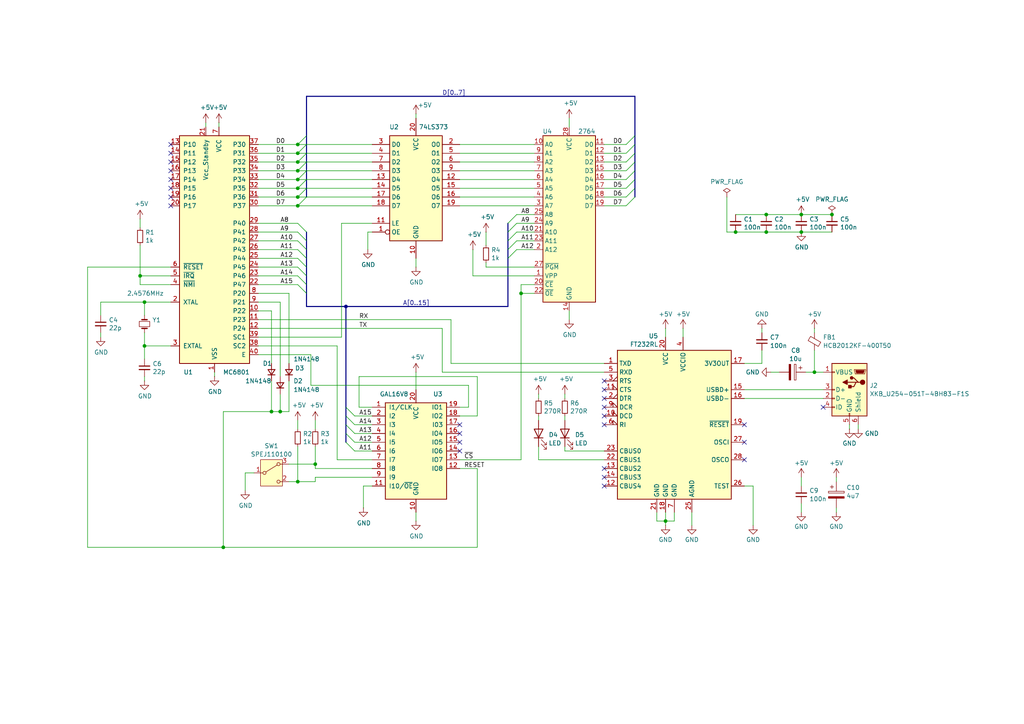
<source format=kicad_sch>
(kicad_sch (version 20250114) (generator "eeschema") (generator_version "9.0")
  (paper "A4")
  (lib_symbols
    (symbol "74xx:74LS373"
      (property "Reference" "U" (at -7.62 16.51 0))
      (property "Value" "74LS373" (at -7.62 -16.51 0))
      (symbol "74LS373_1_0"
        (pin input line (at -12.7 12.7 0) (length 5.08) (name "D0") (number "3"))
        (pin input line (at -12.7 10.16 0) (length 5.08) (name "D1") (number "4"))
        (pin input line (at -12.7 7.62 0) (length 5.08) (name "D2") (number "7"))
        (pin input line (at -12.7 5.08 0) (length 5.08) (name "D3") (number "8"))
        (pin input line (at -12.7 2.54 0) (length 5.08) (name "D4") (number "13"))
        (pin input line (at -12.7 0 0) (length 5.08) (name "D5") (number "14"))
        (pin input line (at -12.7 -2.54 0) (length 5.08) (name "D6") (number "17"))
        (pin input line (at -12.7 -5.08 0) (length 5.08) (name "D7") (number "18"))
        (pin input line (at -12.7 -10.16 0) (length 5.08) (name "LE") (number "11"))
        (pin input inverted (at -12.7 -12.7 0) (length 5.08) (name "OE") (number "1"))
        (pin power_in line (at 0 20.32 270) (length 5.08) (name "VCC") (number "20"))
        (pin power_in line (at 0 -20.32 90) (length 5.08) (name "GND") (number "10"))
        (pin tri_state line (at 12.7 12.7 180) (length 5.08) (name "O0") (number "2"))
        (pin tri_state line (at 12.7 10.16 180) (length 5.08) (name "O1") (number "5"))
        (pin tri_state line (at 12.7 7.62 180) (length 5.08) (name "O2") (number "6"))
        (pin tri_state line (at 12.7 5.08 180) (length 5.08) (name "O3") (number "9"))
        (pin tri_state line (at 12.7 2.54 180) (length 5.08) (name "O4") (number "12"))
        (pin tri_state line (at 12.7 0 180) (length 5.08) (name "O5") (number "15"))
        (pin tri_state line (at 12.7 -2.54 180) (length 5.08) (name "O6") (number "16"))
        (pin tri_state line (at 12.7 -5.08 180) (length 5.08) (name "O7") (number "19"))
      )
      (symbol "74LS373_1_1"
        (rectangle (start -7.62 15.24) (end 7.62 -15.24) (stroke (width 0.254)) (fill (type background)))
      )
    )
    (symbol "Connector:USB_OTG" (pin_names (offset 1.016))
      (property "Reference" "J" (at -5.08 11.43 0))
      (property "Value" "USB_OTG" (at -5.08 8.89 0))
      (symbol "USB_OTG_0_1"
        (rectangle (start -5.08 -7.62) (end 5.08 7.62) (stroke (width 0.254)) (fill (type background)))
        (polyline (pts (xy -4.699 5.842) (xy -4.699 5.588) (xy -4.445 4.826) (xy -4.445 4.572) (xy -1.651 4.572) (xy -1.651 4.826) (xy -1.397 5.588) (xy -1.397 5.842) (xy -4.699 5.842)))
        (polyline (pts (xy -4.318 5.588) (xy -1.778 5.588) (xy -2.032 4.826) (xy -4.064 4.826) (xy -4.318 5.588)) (fill (type outline)))
        (circle (center -3.81 2.159) (radius 0.635) (stroke (width 0.254)) (fill (type outline)))
        (polyline (pts (xy -3.175 2.159) (xy -2.54 2.159) (xy -1.27 3.429) (xy -0.635 3.429)) (stroke (width 0.254)))
        (polyline (pts (xy -2.54 2.159) (xy -1.905 2.159) (xy -1.27 0.889) (xy 0 0.889)) (stroke (width 0.254)))
        (polyline (pts (xy -1.905 2.159) (xy 0.635 2.159)) (stroke (width 0.254)))
        (circle (center -0.635 3.429) (radius 0.381) (stroke (width 0.254)) (fill (type outline)))
        (rectangle (start -0.127 -7.62) (end 0.127 -6.858))
        (rectangle (start 0.254 1.27) (end -0.508 0.508) (stroke (width 0.254)) (fill (type outline)))
        (polyline (pts (xy 0.635 2.794) (xy 0.635 1.524) (xy 1.905 2.159) (xy 0.635 2.794)) (stroke (width 0.254)) (fill (type outline)))
        (rectangle (start 5.08 4.953) (end 4.318 5.207))
        (rectangle (start 5.08 -0.127) (end 4.318 0.127))
        (rectangle (start 5.08 -2.667) (end 4.318 -2.413))
        (rectangle (start 5.08 -5.207) (end 4.318 -4.953))
      )
      (symbol "USB_OTG_1_1"
        (pin passive line (at -2.54 -10.16 90) (length 2.54) (name "Shield") (number "6"))
        (pin passive line (at 0 -10.16 90) (length 2.54) (name "GND") (number "5"))
        (pin passive line (at 7.62 5.08 180) (length 2.54) (name "VBUS") (number "1"))
        (pin bidirectional line (at 7.62 0 180) (length 2.54) (name "D+") (number "3"))
        (pin bidirectional line (at 7.62 -2.54 180) (length 2.54) (name "D-") (number "2"))
        (pin passive line (at 7.62 -5.08 180) (length 2.54) (name "ID") (number "4"))
      )
    )
    (symbol "Device:C_Polarized" (pin_numbers (hide yes)) (pin_names (offset 0.254))
      (property "Reference" "C" (at 0.635 2.54 0))
      (property "Value" "C_Polarized" (at 0.635 -2.54 0))
      (symbol "C_Polarized_0_1"
        (rectangle (start -2.286 0.508) (end 2.286 1.016))
        (polyline (pts (xy -1.778 2.286) (xy -0.762 2.286)))
        (polyline (pts (xy -1.27 2.794) (xy -1.27 1.778)))
        (rectangle (start 2.286 -0.508) (end -2.286 -1.016) (fill (type outline)))
      )
      (symbol "C_Polarized_1_1"
        (pin passive line (at 0 3.81 270) (length 2.794) (name "~") (number "1"))
        (pin passive line (at 0 -3.81 90) (length 2.794) (name "~") (number "2"))
      )
    )
    (symbol "Device:C_Small" (pin_numbers (hide yes)) (pin_names (offset 0.254) (hide yes))
      (property "Reference" "C" (at 0.254 1.778 0))
      (property "Value" "C_Small" (at 0.254 -2.032 0))
      (symbol "C_Small_0_1"
        (polyline (pts (xy -1.524 0.508) (xy 1.524 0.508)) (stroke (width 0.3048)))
        (polyline (pts (xy -1.524 -0.508) (xy 1.524 -0.508)) (stroke (width 0.3302)))
      )
      (symbol "C_Small_1_1"
        (pin passive line (at 0 2.54 270) (length 2.032) (name "~") (number "1"))
        (pin passive line (at 0 -2.54 90) (length 2.032) (name "~") (number "2"))
      )
    )
    (symbol "Device:Crystal_Small" (pin_numbers (hide yes)) (pin_names (offset 1.016) (hide yes))
      (property "Reference" "Y" (at 0 2.54 0))
      (property "Value" "Crystal_Small" (at 0 -2.54 0))
      (symbol "Crystal_Small_0_1"
        (polyline (pts (xy -1.27 -0.762) (xy -1.27 0.762)) (stroke (width 0.381)))
        (rectangle (start -0.762 -1.524) (end 0.762 1.524))
        (polyline (pts (xy 1.27 -0.762) (xy 1.27 0.762)) (stroke (width 0.381)))
      )
      (symbol "Crystal_Small_1_1"
        (pin passive line (at -2.54 0 0) (length 1.27) (name "1") (number "1"))
        (pin passive line (at 2.54 0 180) (length 1.27) (name "2") (number "2"))
      )
    )
    (symbol "Device:D_Small" (pin_numbers (hide yes)) (pin_names (offset 0.254) (hide yes))
      (property "Reference" "D" (at -1.27 2.032 0))
      (property "Value" "D_Small" (at -3.81 -2.032 0))
      (symbol "D_Small_0_1"
        (polyline (pts (xy -0.762 0) (xy 0.762 0)))
        (polyline (pts (xy -0.762 -1.016) (xy -0.762 1.016)) (stroke (width 0.254)))
        (polyline (pts (xy 0.762 -1.016) (xy -0.762 0) (xy 0.762 1.016) (xy 0.762 -1.016)) (stroke (width 0.254)))
      )
      (symbol "D_Small_1_1"
        (pin passive line (at -2.54 0 0) (length 1.778) (name "K") (number "1"))
        (pin passive line (at 2.54 0 180) (length 1.778) (name "A") (number "2"))
      )
    )
    (symbol "Device:FerriteBead_Small" (pin_numbers (hide yes)) (pin_names (offset 0))
      (property "Reference" "FB" (at 1.905 1.27 0))
      (property "Value" "FerriteBead_Small" (at 1.905 -1.27 0))
      (symbol "FerriteBead_Small_0_1"
        (polyline (pts (xy -1.8288 0.2794) (xy -1.1176 1.4986) (xy 1.8288 -0.2032) (xy 1.1176 -1.4224) (xy -1.8288 0.2794)))
        (polyline (pts (xy 0 0.889) (xy 0 1.2954)))
        (polyline (pts (xy 0 -1.27) (xy 0 -0.7874)))
      )
      (symbol "FerriteBead_Small_1_1"
        (pin passive line (at 0 2.54 270) (length 1.27) (name "~") (number "1"))
        (pin passive line (at 0 -2.54 90) (length 1.27) (name "~") (number "2"))
      )
    )
    (symbol "Device:LED" (pin_numbers (hide yes)) (pin_names (offset 1.016) (hide yes))
      (property "Reference" "D" (at 0 2.54 0))
      (property "Value" "LED" (at 0 -2.54 0))
      (symbol "LED_0_1"
        (polyline (pts (xy -3.048 -0.762) (xy -4.572 -2.286) (xy -3.81 -2.286) (xy -4.572 -2.286) (xy -4.572 -1.524)))
        (polyline (pts (xy -1.778 -0.762) (xy -3.302 -2.286) (xy -2.54 -2.286) (xy -3.302 -2.286) (xy -3.302 -1.524)))
        (polyline (pts (xy -1.27 0) (xy 1.27 0)))
        (polyline (pts (xy -1.27 -1.27) (xy -1.27 1.27)) (stroke (width 0.254)))
        (polyline (pts (xy 1.27 -1.27) (xy 1.27 1.27) (xy -1.27 0) (xy 1.27 -1.27)) (stroke (width 0.254)))
      )
      (symbol "LED_1_1"
        (pin passive line (at -3.81 0 0) (length 2.54) (name "K") (number "1"))
        (pin passive line (at 3.81 0 180) (length 2.54) (name "A") (number "2"))
      )
    )
    (symbol "Device:R_Small" (pin_numbers (hide yes)) (pin_names (offset 0.254) (hide yes))
      (property "Reference" "R" (at 0 0 90))
      (property "Value" "R_Small" (at 1.778 0 90))
      (symbol "R_Small_0_1"
        (rectangle (start -0.762 1.778) (end 0.762 -1.778) (stroke (width 0.2032)))
      )
      (symbol "R_Small_1_1"
        (pin passive line (at 0 2.54 270) (length 0.762) (name "~") (number "1"))
        (pin passive line (at 0 -2.54 90) (length 0.762) (name "~") (number "2"))
      )
    )
    (symbol "Interface_USB:FT232RL"
      (property "Reference" "U" (at -16.51 22.86 0))
      (property "Value" "FT232RL" (at 10.16 22.86 0))
      (symbol "FT232RL_0_1"
        (rectangle (start -16.51 21.59) (end 16.51 -21.59) (stroke (width 0.254)) (fill (type background)))
      )
      (symbol "FT232RL_1_1"
        (pin power_out line (at -20.32 17.78 0) (length 3.81) (name "3V3OUT") (number "17"))
        (pin bidirectional line (at -20.32 10.16 0) (length 3.81) (name "USBD+") (number "15"))
        (pin bidirectional line (at -20.32 7.62 0) (length 3.81) (name "USBD-") (number "16"))
        (pin input line (at -20.32 0 0) (length 3.81) (name "~{RESET}") (number "19"))
        (pin input line (at -20.32 -5.08 0) (length 3.81) (name "OSCI") (number "27"))
        (pin output line (at -20.32 -10.16 0) (length 3.81) (name "OSCO") (number "28"))
        (pin input line (at -20.32 -17.78 0) (length 3.81) (name "TEST") (number "26"))
        (pin power_in line (at -5.08 -25.4 90) (length 3.81) (name "AGND") (number "25"))
        (pin power_in line (at -2.54 25.4 270) (length 3.81) (name "VCCIO") (number "4"))
        (pin power_in line (at 0 -25.4 90) (length 3.81) (name "GND") (number "7"))
        (pin power_in line (at 2.54 25.4 270) (length 3.81) (name "VCC") (number "20"))
        (pin power_in line (at 2.54 -25.4 90) (length 3.81) (name "GND") (number "18"))
        (pin power_in line (at 5.08 -25.4 90) (length 3.81) (name "GND") (number "21"))
        (pin output line (at 20.32 17.78 180) (length 3.81) (name "TXD") (number "1"))
        (pin input line (at 20.32 15.24 180) (length 3.81) (name "RXD") (number "5"))
        (pin output output_low (at 20.32 12.7 180) (length 3.81) (name "RTS") (number "3"))
        (pin input input_low (at 20.32 10.16 180) (length 3.81) (name "CTS") (number "11"))
        (pin output output_low (at 20.32 7.62 180) (length 3.81) (name "DTR") (number "2"))
        (pin input input_low (at 20.32 5.08 180) (length 3.81) (name "DCR") (number "9"))
        (pin input input_low (at 20.32 2.54 180) (length 3.81) (name "DCD") (number "10"))
        (pin input input_low (at 20.32 0 180) (length 3.81) (name "RI") (number "6"))
        (pin bidirectional line (at 20.32 -7.62 180) (length 3.81) (name "CBUS0") (number "23"))
        (pin bidirectional line (at 20.32 -10.16 180) (length 3.81) (name "CBUS1") (number "22"))
        (pin bidirectional line (at 20.32 -12.7 180) (length 3.81) (name "CBUS2") (number "13"))
        (pin bidirectional line (at 20.32 -15.24 180) (length 3.81) (name "CBUS3") (number "14"))
        (pin bidirectional line (at 20.32 -17.78 180) (length 3.81) (name "CBUS4") (number "12"))
      )
    )
    (symbol "Logic_Programmable:GAL16V8" (pin_names (offset 1.016))
      (property "Reference" "U" (at -8.89 16.51 0))
      (property "Value" "GAL16V8" (at 1.27 16.51 0))
      (symbol "GAL16V8_0_0"
        (pin power_in line (at 0 17.78 270) (length 3.81) (name "VCC") (number "20"))
        (pin power_in line (at 0 -17.78 90) (length 3.81) (name "GND") (number "10"))
      )
      (symbol "GAL16V8_0_1"
        (rectangle (start -8.89 13.97) (end 8.89 -13.97) (stroke (width 0.254)) (fill (type background)))
      )
      (symbol "GAL16V8_1_1"
        (pin input line (at -12.7 12.7 0) (length 3.81) (name "I1/CLK") (number "1"))
        (pin input line (at -12.7 10.16 0) (length 3.81) (name "I2") (number "2"))
        (pin input line (at -12.7 7.62 0) (length 3.81) (name "I3") (number "3"))
        (pin input line (at -12.7 5.08 0) (length 3.81) (name "I4") (number "4"))
        (pin input line (at -12.7 2.54 0) (length 3.81) (name "I5") (number "5"))
        (pin input line (at -12.7 0 0) (length 3.81) (name "I6") (number "6"))
        (pin input line (at -12.7 -2.54 0) (length 3.81) (name "I7") (number "7"))
        (pin input line (at -12.7 -5.08 0) (length 3.81) (name "I8") (number "8"))
        (pin input line (at -12.7 -7.62 0) (length 3.81) (name "I9") (number "9"))
        (pin input line (at -12.7 -10.16 0) (length 3.81) (name "I10/~{OE}") (number "11"))
        (pin tri_state line (at 12.7 12.7 180) (length 3.81) (name "IO1") (number "19"))
        (pin tri_state line (at 12.7 10.16 180) (length 3.81) (name "IO2") (number "18"))
        (pin tri_state line (at 12.7 7.62 180) (length 3.81) (name "I03") (number "17"))
        (pin tri_state line (at 12.7 5.08 180) (length 3.81) (name "IO4") (number "16"))
        (pin tri_state line (at 12.7 2.54 180) (length 3.81) (name "IO5") (number "15"))
        (pin tri_state line (at 12.7 0 180) (length 3.81) (name "IO6") (number "14"))
        (pin tri_state line (at 12.7 -2.54 180) (length 3.81) (name "IO7") (number "13"))
        (pin tri_state line (at 12.7 -5.08 180) (length 3.81) (name "IO8") (number "12"))
      )
    )
    (symbol "Memory_EPROM:2764"
      (property "Reference" "U" (at -7.62 24.13 0))
      (property "Value" "2764" (at 2.54 -26.67 0))
      (symbol "2764_1_1"
        (rectangle (start -7.62 22.86) (end 7.62 -25.4) (stroke (width 0.254)) (fill (type background)))
        (pin input line (at -10.16 20.32 0) (length 2.54) (name "A0") (number "10"))
        (pin input line (at -10.16 17.78 0) (length 2.54) (name "A1") (number "9"))
        (pin input line (at -10.16 15.24 0) (length 2.54) (name "A2") (number "8"))
        (pin input line (at -10.16 12.7 0) (length 2.54) (name "A3") (number "7"))
        (pin input line (at -10.16 10.16 0) (length 2.54) (name "A4") (number "6"))
        (pin input line (at -10.16 7.62 0) (length 2.54) (name "A5") (number "5"))
        (pin input line (at -10.16 5.08 0) (length 2.54) (name "A6") (number "4"))
        (pin input line (at -10.16 2.54 0) (length 2.54) (name "A7") (number "3"))
        (pin input line (at -10.16 0 0) (length 2.54) (name "A8") (number "25"))
        (pin input line (at -10.16 -2.54 0) (length 2.54) (name "A9") (number "24"))
        (pin input line (at -10.16 -5.08 0) (length 2.54) (name "A10") (number "21"))
        (pin input line (at -10.16 -7.62 0) (length 2.54) (name "A11") (number "23"))
        (pin input line (at -10.16 -10.16 0) (length 2.54) (name "A12") (number "2"))
        (pin input line (at -10.16 -15.24 0) (length 2.54) (name "~{PGM}") (number "27"))
        (pin input line (at -10.16 -17.78 0) (length 2.54) (name "VPP") (number "1"))
        (pin input line (at -10.16 -20.32 0) (length 2.54) (name "~{CE}") (number "20"))
        (pin input line (at -10.16 -22.86 0) (length 2.54) (name "~{OE}") (number "22"))
        (pin power_in line (at 0 25.4 270) (length 2.54) (name "VCC") (number "28"))
        (pin power_in line (at 0 -27.94 90) (length 2.54) (name "GND") (number "14"))
        (pin no_connect line (at 7.62 0 180) (length 2.54) (hide yes) (name "NC") (number "26"))
        (pin tri_state line (at 10.16 20.32 180) (length 2.54) (name "D0") (number "11"))
        (pin tri_state line (at 10.16 17.78 180) (length 2.54) (name "D1") (number "12"))
        (pin tri_state line (at 10.16 15.24 180) (length 2.54) (name "D2") (number "13"))
        (pin tri_state line (at 10.16 12.7 180) (length 2.54) (name "D3") (number "15"))
        (pin tri_state line (at 10.16 10.16 180) (length 2.54) (name "D4") (number "16"))
        (pin tri_state line (at 10.16 7.62 180) (length 2.54) (name "D5") (number "17"))
        (pin tri_state line (at 10.16 5.08 180) (length 2.54) (name "D6") (number "18"))
        (pin tri_state line (at 10.16 2.54 180) (length 2.54) (name "D7") (number "19"))
      )
    )
    (symbol "Switch:SW_SPDT_312" (pin_names (offset 1) (hide yes))
      (property "Reference" "SW" (at 0 5.08 0))
      (property "Value" "SW_SPDT_312" (at 0 -5.08 0))
      (symbol "SW_SPDT_312_0_1"
        (circle (center -2.032 0) (radius 0.4572))
        (polyline (pts (xy -1.651 0.254) (xy 1.651 2.286)))
        (circle (center 2.032 2.54) (radius 0.4572))
        (circle (center 2.032 -2.54) (radius 0.4572))
      )
      (symbol "SW_SPDT_312_1_1"
        (rectangle (start -3.175 3.81) (end 3.175 -3.81) (fill (type background)))
        (pin passive line (at -5.08 0 0) (length 2.54) (name "B") (number "1"))
        (pin passive line (at 5.08 2.54 180) (length 2.54) (name "A") (number "3"))
        (pin passive line (at 5.08 -2.54 180) (length 2.54) (name "C") (number "2"))
      )
    )
    (symbol "mc6801:MC6801" (pin_names (offset 1.016))
      (property "Reference" "U" (at -7.62 34.29 0))
      (property "Value" "mc6801_MC6801" (at 10.16 34.29 0))
      (symbol "MC6801_0_1"
        (rectangle (start -10.16 -33.02) (end 10.16 33.02) (stroke (width 0.254)) (fill (type background)))
      )
      (symbol "MC6801_1_1"
        (pin bidirectional line (at -12.7 30.48 0) (length 2.54) (name "P10") (number "13"))
        (pin bidirectional line (at -12.7 27.94 0) (length 2.54) (name "P11") (number "14"))
        (pin bidirectional line (at -12.7 25.4 0) (length 2.54) (name "P12") (number "15"))
        (pin bidirectional line (at -12.7 22.86 0) (length 2.54) (name "P13") (number "16"))
        (pin bidirectional line (at -12.7 20.32 0) (length 2.54) (name "P14") (number "17"))
        (pin bidirectional line (at -12.7 17.78 0) (length 2.54) (name "P15") (number "18"))
        (pin bidirectional line (at -12.7 15.24 0) (length 2.54) (name "P16") (number "19"))
        (pin bidirectional line (at -12.7 12.7 0) (length 2.54) (name "P17") (number "20"))
        (pin input line (at -12.7 -5.08 0) (length 2.54) (name "~{RESET}") (number "6"))
        (pin input line (at -12.7 -7.62 0) (length 2.54) (name "~{IRQ}") (number "5"))
        (pin input line (at -12.7 -10.16 0) (length 2.54) (name "~{NMI}") (number "4"))
        (pin input line (at -12.7 -15.24 0) (length 2.54) (name "XTAL") (number "2"))
        (pin input line (at -12.7 -27.94 0) (length 2.54) (name "EXTAL") (number "3"))
        (pin power_in line (at -2.54 35.56 270) (length 2.54) (name "Vcc_Standby") (number "21"))
        (pin power_in line (at 0 -35.56 90) (length 2.54) (name "VSS") (number "1"))
        (pin power_in line (at 1.27 35.56 270) (length 2.54) (name "VCC") (number "7"))
        (pin bidirectional line (at 12.7 30.48 180) (length 2.54) (name "P30") (number "37"))
        (pin bidirectional line (at 12.7 27.94 180) (length 2.54) (name "P31") (number "36"))
        (pin bidirectional line (at 12.7 25.4 180) (length 2.54) (name "P32") (number "35"))
        (pin bidirectional line (at 12.7 22.86 180) (length 2.54) (name "P33") (number "34"))
        (pin bidirectional line (at 12.7 20.32 180) (length 2.54) (name "P34") (number "33"))
        (pin bidirectional line (at 12.7 17.78 180) (length 2.54) (name "P35") (number "32"))
        (pin bidirectional line (at 12.7 15.24 180) (length 2.54) (name "P36") (number "31"))
        (pin bidirectional line (at 12.7 12.7 180) (length 2.54) (name "P37") (number "30"))
        (pin output line (at 12.7 7.62 180) (length 2.54) (name "P40") (number "29"))
        (pin output line (at 12.7 5.08 180) (length 2.54) (name "P41") (number "28"))
        (pin output line (at 12.7 2.54 180) (length 2.54) (name "P42") (number "27"))
        (pin output line (at 12.7 0 180) (length 2.54) (name "P43") (number "26"))
        (pin output line (at 12.7 -2.54 180) (length 2.54) (name "P44") (number "25"))
        (pin output line (at 12.7 -5.08 180) (length 2.54) (name "P45") (number "24"))
        (pin output line (at 12.7 -7.62 180) (length 2.54) (name "P46") (number "23"))
        (pin output line (at 12.7 -10.16 180) (length 2.54) (name "P47") (number "22"))
        (pin bidirectional line (at 12.7 -12.7 180) (length 2.54) (name "P20") (number "8"))
        (pin bidirectional line (at 12.7 -15.24 180) (length 2.54) (name "P21") (number "9"))
        (pin bidirectional line (at 12.7 -17.78 180) (length 2.54) (name "P22") (number "10"))
        (pin bidirectional line (at 12.7 -20.32 180) (length 2.54) (name "P23") (number "11"))
        (pin bidirectional line (at 12.7 -22.86 180) (length 2.54) (name "P24") (number "12"))
        (pin output line (at 12.7 -25.4 180) (length 2.54) (name "SC1") (number "39"))
        (pin output line (at 12.7 -27.94 180) (length 2.54) (name "SC2") (number "38"))
        (pin output line (at 12.7 -30.48 180) (length 2.54) (name "E") (number "40"))
      )
    )
    (symbol "power:+5V" (power) (pin_numbers (hide yes)) (pin_names (offset 0) (hide yes))
      (property "Value" "+5V" (at 0 3.556 0))
      (symbol "+5V_0_1"
        (polyline (pts (xy -0.762 1.27) (xy 0 2.54)))
        (polyline (pts (xy 0 2.54) (xy 0.762 1.27)))
        (polyline (pts (xy 0 0) (xy 0 2.54)))
      )
      (symbol "+5V_1_1"
        (pin power_in line (at 0 0 90) (length 0) (name "~") (number "1"))
      )
    )
    (symbol "power:GND" (power) (pin_numbers (hide yes)) (pin_names (offset 0) (hide yes))
      (property "Value" "GND" (at 0 -3.81 0))
      (symbol "GND_0_1"
        (polyline (pts (xy 0 0) (xy 0 -1.27) (xy 1.27 -1.27) (xy 0 -2.54) (xy -1.27 -1.27) (xy 0 -1.27)))
      )
      (symbol "GND_1_1"
        (pin power_in line (at 0 0 270) (length 0) (name "~") (number "1"))
      )
    )
    (symbol "power:PWR_FLAG" (power) (pin_numbers (hide yes)) (pin_names (offset 0) (hide yes))
      (property "Value" "PWR_FLAG" (at 0 3.81 0))
      (symbol "PWR_FLAG_0_0"
        (pin power_out line (at 0 0 90) (length 0) (name "~") (number "1"))
      )
      (symbol "PWR_FLAG_0_1"
        (polyline (pts (xy 0 0) (xy 0 1.27) (xy -1.016 1.905) (xy 0 2.54) (xy 1.016 1.905) (xy 0 1.27)))
      )
    )
  )
  (junction (at 222.25 62.23))
  (junction (at 86.36 49.53))
  (junction (at 232.41 67.31))
  (junction (at 241.3 62.23))
  (junction (at 40.64 80.01))
  (junction (at 222.25 67.31))
  (junction (at 86.36 54.61))
  (junction (at 193.04 151.13))
  (junction (at 41.91 100.33))
  (junction (at 86.36 52.07))
  (junction (at 236.22 107.95))
  (junction (at 86.36 46.99))
  (junction (at 78.74 119.38))
  (junction (at 151.13 85.09))
  (junction (at 86.36 41.91))
  (junction (at 86.36 139.7))
  (junction (at 86.36 57.15))
  (junction (at 86.36 44.45))
  (junction (at 86.36 59.69))
  (junction (at 100.33 88.9))
  (junction (at 232.41 62.23))
  (junction (at 81.28 119.38))
  (junction (at 64.77 158.75))
  (junction (at 91.44 134.62))
  (junction (at 41.91 87.63))
  (junction (at 213.36 67.31))
  (no_connect (at 215.9 128.27))
  (no_connect (at 49.53 41.91))
  (no_connect (at 133.35 123.19))
  (no_connect (at 215.9 123.19))
  (no_connect (at 175.26 140.97))
  (no_connect (at 175.26 138.43))
  (no_connect (at 49.53 57.15))
  (no_connect (at 49.53 49.53))
  (no_connect (at 175.26 123.19))
  (no_connect (at 49.53 46.99))
  (no_connect (at 133.35 125.73))
  (no_connect (at 175.26 113.03))
  (no_connect (at 49.53 54.61))
  (no_connect (at 175.26 115.57))
  (no_connect (at 175.26 118.11))
  (no_connect (at 49.53 44.45))
  (no_connect (at 175.26 110.49))
  (no_connect (at 175.26 120.65))
  (no_connect (at 238.76 118.11))
  (no_connect (at 49.53 52.07))
  (no_connect (at 49.53 59.69))
  (no_connect (at 133.35 128.27))
  (no_connect (at 175.26 135.89))
  (no_connect (at 215.9 133.35))
  (no_connect (at 133.35 130.81))
  (bus_entry (at 181.61 41.91) (size 2.54 -2.54))
  (bus_entry (at 147.32 69.85) (size 2.54 -2.54))
  (bus_entry (at 181.61 52.07) (size 2.54 -2.54))
  (bus_entry (at 86.36 80.01) (size 2.54 2.54))
  (bus_entry (at 147.32 64.77) (size 2.54 -2.54))
  (bus_entry (at 181.61 46.99) (size 2.54 -2.54))
  (bus_entry (at 86.36 74.93) (size 2.54 2.54))
  (bus_entry (at 86.36 72.39) (size 2.54 2.54))
  (bus_entry (at 86.36 69.85) (size 2.54 2.54))
  (bus_entry (at 181.61 54.61) (size 2.54 -2.54))
  (bus_entry (at 100.33 125.73) (size 2.54 2.54))
  (bus_entry (at 86.36 54.61) (size 2.54 -2.54))
  (bus_entry (at 147.32 74.93) (size 2.54 -2.54))
  (bus_entry (at 147.32 67.31) (size 2.54 -2.54))
  (bus_entry (at 147.32 72.39) (size 2.54 -2.54))
  (bus_entry (at 181.61 44.45) (size 2.54 -2.54))
  (bus_entry (at 181.61 59.69) (size 2.54 -2.54))
  (bus_entry (at 86.36 77.47) (size 2.54 2.54))
  (bus_entry (at 86.36 82.55) (size 2.54 2.54))
  (bus_entry (at 86.36 52.07) (size 2.54 -2.54))
  (bus_entry (at 86.36 59.69) (size 2.54 -2.54))
  (bus_entry (at 100.33 128.27) (size 2.54 2.54))
  (bus_entry (at 86.36 41.91) (size 2.54 -2.54))
  (bus_entry (at 86.36 44.45) (size 2.54 -2.54))
  (bus_entry (at 181.61 57.15) (size 2.54 -2.54))
  (bus_entry (at 86.36 67.31) (size 2.54 2.54))
  (bus_entry (at 100.33 123.19) (size 2.54 2.54))
  (bus_entry (at 86.36 46.99) (size 2.54 -2.54))
  (bus_entry (at 100.33 118.11) (size 2.54 2.54))
  (bus_entry (at 181.61 49.53) (size 2.54 -2.54))
  (bus_entry (at 86.36 64.77) (size 2.54 2.54))
  (bus_entry (at 100.33 120.65) (size 2.54 2.54))
  (bus_entry (at 86.36 57.15) (size 2.54 -2.54))
  (bus_entry (at 86.36 49.53) (size 2.54 -2.54))
  (wire (pts (xy 86.36 49.53) (xy 88.9 49.53)))
  (wire (pts (xy 104.14 109.22) (xy 138.43 109.22)))
  (wire (pts (xy 86.36 64.77) (xy 74.93 64.77)))
  (wire (pts (xy 74.93 41.91) (xy 86.36 41.91)))
  (wire (pts (xy 88.9 57.15) (xy 107.95 57.15)))
  (wire (pts (xy 140.97 71.12) (xy 140.97 67.31)))
  (wire (pts (xy 64.77 158.75) (xy 64.77 119.38)))
  (wire (pts (xy 138.43 135.89) (xy 138.43 158.75)))
  (wire (pts (xy 78.74 110.49) (xy 78.74 119.38)))
  (wire (pts (xy 78.74 105.41) (xy 78.74 90.17)))
  (wire (pts (xy 220.98 95.25) (xy 220.98 96.52)))
  (wire (pts (xy 213.36 62.23) (xy 222.25 62.23)))
  (wire (pts (xy 193.04 95.25) (xy 193.04 97.79)))
  (wire (pts (xy 238.76 107.95) (xy 236.22 107.95)))
  (wire (pts (xy 156.21 120.65) (xy 156.21 121.92)))
  (wire (pts (xy 137.16 80.01) (xy 137.16 72.39)))
  (wire (pts (xy 175.26 107.95) (xy 128.27 107.95)))
  (wire (pts (xy 241.3 67.31) (xy 232.41 67.31)))
  (wire (pts (xy 232.41 67.31) (xy 222.25 67.31)))
  (bus (pts (xy 184.15 49.53) (xy 184.15 52.07)))
  (bus (pts (xy 100.33 118.11) (xy 100.33 120.65)))
  (wire (pts (xy 105.41 140.97) (xy 107.95 140.97)))
  (bus (pts (xy 184.15 41.91) (xy 184.15 44.45)))
  (wire (pts (xy 102.87 130.81) (xy 107.95 130.81)))
  (bus (pts (xy 100.33 120.65) (xy 100.33 123.19)))
  (wire (pts (xy 175.26 57.15) (xy 181.61 57.15)))
  (wire (pts (xy 102.87 120.65) (xy 107.95 120.65)))
  (wire (pts (xy 210.82 67.31) (xy 213.36 67.31)))
  (bus (pts (xy 184.15 54.61) (xy 184.15 57.15)))
  (wire (pts (xy 71.12 142.24) (xy 71.12 137.16)))
  (wire (pts (xy 242.57 138.43) (xy 242.57 139.7)))
  (wire (pts (xy 25.4 77.47) (xy 49.53 77.47)))
  (wire (pts (xy 246.38 123.19) (xy 246.38 124.46)))
  (wire (pts (xy 133.35 133.35) (xy 151.13 133.35)))
  (bus (pts (xy 88.9 44.45) (xy 88.9 46.99)))
  (wire (pts (xy 193.04 148.59) (xy 193.04 151.13)))
  (wire (pts (xy 163.83 130.81) (xy 163.83 129.54)))
  (bus (pts (xy 88.9 27.94) (xy 184.15 27.94)))
  (wire (pts (xy 149.86 64.77) (xy 154.94 64.77)))
  (wire (pts (xy 83.82 105.41) (xy 83.82 85.09)))
  (bus (pts (xy 88.9 85.09) (xy 88.9 88.9)))
  (wire (pts (xy 133.35 41.91) (xy 154.94 41.91)))
  (wire (pts (xy 140.97 77.47) (xy 140.97 76.2)))
  (wire (pts (xy 133.35 52.07) (xy 154.94 52.07)))
  (wire (pts (xy 156.21 114.3) (xy 156.21 115.57)))
  (wire (pts (xy 81.28 109.22) (xy 81.28 87.63)))
  (wire (pts (xy 233.68 107.95) (xy 236.22 107.95)))
  (wire (pts (xy 41.91 100.33) (xy 41.91 96.52)))
  (wire (pts (xy 86.36 124.46) (xy 86.36 121.92)))
  (wire (pts (xy 74.93 72.39) (xy 86.36 72.39)))
  (wire (pts (xy 175.26 41.91) (xy 181.61 41.91)))
  (wire (pts (xy 133.35 135.89) (xy 138.43 135.89)))
  (wire (pts (xy 215.9 105.41) (xy 220.98 105.41)))
  (wire (pts (xy 49.53 87.63) (xy 41.91 87.63)))
  (wire (pts (xy 41.91 110.49) (xy 41.91 109.22)))
  (wire (pts (xy 91.44 134.62) (xy 83.82 134.62)))
  (wire (pts (xy 106.68 72.39) (xy 106.68 67.31)))
  (wire (pts (xy 74.93 82.55) (xy 86.36 82.55)))
  (wire (pts (xy 106.68 67.31) (xy 107.95 67.31)))
  (wire (pts (xy 222.25 62.23) (xy 232.41 62.23)))
  (wire (pts (xy 74.93 59.69) (xy 86.36 59.69)))
  (wire (pts (xy 90.17 111.76) (xy 135.89 111.76)))
  (wire (pts (xy 198.12 95.25) (xy 198.12 97.79)))
  (bus (pts (xy 88.9 67.31) (xy 88.9 69.85)))
  (wire (pts (xy 74.93 54.61) (xy 86.36 54.61)))
  (wire (pts (xy 232.41 138.43) (xy 232.41 140.97)))
  (wire (pts (xy 86.36 54.61) (xy 88.9 54.61)))
  (wire (pts (xy 138.43 158.75) (xy 64.77 158.75)))
  (wire (pts (xy 74.93 102.87) (xy 90.17 102.87)))
  (wire (pts (xy 248.92 123.19) (xy 248.92 124.46)))
  (wire (pts (xy 25.4 158.75) (xy 25.4 77.47)))
  (wire (pts (xy 154.94 85.09) (xy 151.13 85.09)))
  (wire (pts (xy 74.93 87.63) (xy 81.28 87.63)))
  (wire (pts (xy 88.9 41.91) (xy 107.95 41.91)))
  (wire (pts (xy 88.9 54.61) (xy 107.95 54.61)))
  (wire (pts (xy 83.82 119.38) (xy 83.82 110.49)))
  (wire (pts (xy 49.53 82.55) (xy 40.64 82.55)))
  (wire (pts (xy 86.36 41.91) (xy 88.9 41.91)))
  (wire (pts (xy 215.9 115.57) (xy 238.76 115.57)))
  (bus (pts (xy 147.32 88.9) (xy 100.33 88.9)))
  (wire (pts (xy 74.93 67.31) (xy 86.36 67.31)))
  (bus (pts (xy 100.33 123.19) (xy 100.33 125.73)))
  (wire (pts (xy 232.41 62.23) (xy 241.3 62.23)))
  (wire (pts (xy 91.44 138.43) (xy 107.95 138.43)))
  (wire (pts (xy 163.83 114.3) (xy 163.83 115.57)))
  (bus (pts (xy 147.32 69.85) (xy 147.32 72.39)))
  (wire (pts (xy 74.93 57.15) (xy 86.36 57.15)))
  (wire (pts (xy 74.93 100.33) (xy 97.79 100.33)))
  (wire (pts (xy 133.35 46.99) (xy 154.94 46.99)))
  (wire (pts (xy 86.36 74.93) (xy 74.93 74.93)))
  (bus (pts (xy 88.9 39.37) (xy 88.9 41.91)))
  (wire (pts (xy 133.35 57.15) (xy 154.94 57.15)))
  (bus (pts (xy 88.9 80.01) (xy 88.9 82.55)))
  (bus (pts (xy 88.9 69.85) (xy 88.9 72.39)))
  (wire (pts (xy 91.44 124.46) (xy 91.44 121.92)))
  (wire (pts (xy 222.25 67.31) (xy 213.36 67.31)))
  (bus (pts (xy 184.15 46.99) (xy 184.15 49.53)))
  (wire (pts (xy 193.04 151.13) (xy 193.04 152.4)))
  (wire (pts (xy 99.06 97.79) (xy 99.06 64.77)))
  (wire (pts (xy 175.26 133.35) (xy 156.21 133.35)))
  (wire (pts (xy 128.27 107.95) (xy 128.27 95.25)))
  (wire (pts (xy 59.69 36.83) (xy 59.69 35.56)))
  (bus (pts (xy 88.9 46.99) (xy 88.9 49.53)))
  (wire (pts (xy 138.43 120.65) (xy 133.35 120.65)))
  (bus (pts (xy 88.9 72.39) (xy 88.9 74.93)))
  (wire (pts (xy 81.28 119.38) (xy 81.28 114.3)))
  (wire (pts (xy 86.36 80.01) (xy 74.93 80.01)))
  (wire (pts (xy 181.61 59.69) (xy 175.26 59.69)))
  (bus (pts (xy 100.33 88.9) (xy 100.33 118.11)))
  (wire (pts (xy 49.53 100.33) (xy 41.91 100.33)))
  (wire (pts (xy 86.36 139.7) (xy 86.36 129.54)))
  (wire (pts (xy 105.41 147.32) (xy 105.41 140.97)))
  (wire (pts (xy 74.93 95.25) (xy 128.27 95.25)))
  (bus (pts (xy 88.9 27.94) (xy 88.9 39.37)))
  (wire (pts (xy 86.36 57.15) (xy 88.9 57.15)))
  (wire (pts (xy 86.36 44.45) (xy 88.9 44.45)))
  (wire (pts (xy 236.22 107.95) (xy 236.22 101.6)))
  (bus (pts (xy 88.9 41.91) (xy 88.9 44.45)))
  (wire (pts (xy 120.65 151.13) (xy 120.65 148.59)))
  (wire (pts (xy 62.23 109.22) (xy 62.23 107.95)))
  (wire (pts (xy 88.9 44.45) (xy 107.95 44.45)))
  (wire (pts (xy 163.83 120.65) (xy 163.83 121.92)))
  (bus (pts (xy 88.9 74.93) (xy 88.9 77.47)))
  (bus (pts (xy 184.15 44.45) (xy 184.15 46.99)))
  (wire (pts (xy 223.52 107.95) (xy 226.06 107.95)))
  (wire (pts (xy 149.86 72.39) (xy 154.94 72.39)))
  (wire (pts (xy 175.26 52.07) (xy 181.61 52.07)))
  (wire (pts (xy 156.21 133.35) (xy 156.21 129.54)))
  (wire (pts (xy 154.94 80.01) (xy 137.16 80.01)))
  (wire (pts (xy 86.36 46.99) (xy 88.9 46.99)))
  (wire (pts (xy 215.9 140.97) (xy 218.44 140.97)))
  (bus (pts (xy 147.32 74.93) (xy 147.32 88.9)))
  (bus (pts (xy 184.15 27.94) (xy 184.15 39.37)))
  (wire (pts (xy 154.94 54.61) (xy 133.35 54.61)))
  (wire (pts (xy 88.9 49.53) (xy 107.95 49.53)))
  (wire (pts (xy 165.1 36.83) (xy 165.1 34.29)))
  (bus (pts (xy 147.32 64.77) (xy 147.32 67.31)))
  (wire (pts (xy 86.36 59.69) (xy 107.95 59.69)))
  (wire (pts (xy 120.65 34.29) (xy 120.65 33.02)))
  (wire (pts (xy 232.41 146.05) (xy 232.41 148.59)))
  (wire (pts (xy 120.65 77.47) (xy 120.65 74.93)))
  (wire (pts (xy 91.44 139.7) (xy 91.44 138.43)))
  (wire (pts (xy 86.36 52.07) (xy 88.9 52.07)))
  (wire (pts (xy 74.93 97.79) (xy 99.06 97.79)))
  (bus (pts (xy 88.9 49.53) (xy 88.9 52.07)))
  (wire (pts (xy 102.87 128.27) (xy 107.95 128.27)))
  (wire (pts (xy 138.43 109.22) (xy 138.43 120.65)))
  (wire (pts (xy 74.93 52.07) (xy 86.36 52.07)))
  (wire (pts (xy 74.93 44.45) (xy 86.36 44.45)))
  (bus (pts (xy 147.32 67.31) (xy 147.32 69.85)))
  (bus (pts (xy 88.9 77.47) (xy 88.9 80.01)))
  (wire (pts (xy 91.44 129.54) (xy 91.44 134.62)))
  (wire (pts (xy 151.13 133.35) (xy 151.13 85.09)))
  (wire (pts (xy 175.26 54.61) (xy 181.61 54.61)))
  (wire (pts (xy 40.64 80.01) (xy 40.64 71.12)))
  (bus (pts (xy 147.32 72.39) (xy 147.32 74.93)))
  (wire (pts (xy 29.21 97.79) (xy 29.21 96.52)))
  (wire (pts (xy 40.64 82.55) (xy 40.64 80.01)))
  (wire (pts (xy 90.17 102.87) (xy 90.17 111.76)))
  (wire (pts (xy 88.9 52.07) (xy 107.95 52.07)))
  (wire (pts (xy 175.26 49.53) (xy 181.61 49.53)))
  (wire (pts (xy 193.04 151.13) (xy 195.58 151.13)))
  (bus (pts (xy 184.15 39.37) (xy 184.15 41.91)))
  (wire (pts (xy 29.21 91.44) (xy 29.21 87.63)))
  (bus (pts (xy 184.15 52.07) (xy 184.15 54.61)))
  (wire (pts (xy 102.87 123.19) (xy 107.95 123.19)))
  (wire (pts (xy 149.86 69.85) (xy 154.94 69.85)))
  (wire (pts (xy 40.64 66.04) (xy 40.64 63.5)))
  (wire (pts (xy 49.53 80.01) (xy 40.64 80.01)))
  (wire (pts (xy 74.93 46.99) (xy 86.36 46.99)))
  (bus (pts (xy 100.33 125.73) (xy 100.33 128.27)))
  (wire (pts (xy 64.77 119.38) (xy 78.74 119.38)))
  (wire (pts (xy 78.74 119.38) (xy 81.28 119.38)))
  (wire (pts (xy 97.79 133.35) (xy 107.95 133.35)))
  (wire (pts (xy 195.58 148.59) (xy 195.58 151.13)))
  (wire (pts (xy 83.82 139.7) (xy 86.36 139.7)))
  (wire (pts (xy 29.21 87.63) (xy 41.91 87.63)))
  (wire (pts (xy 71.12 137.16) (xy 73.66 137.16)))
  (wire (pts (xy 74.93 85.09) (xy 83.82 85.09)))
  (wire (pts (xy 86.36 69.85) (xy 74.93 69.85)))
  (wire (pts (xy 91.44 134.62) (xy 91.44 135.89)))
  (wire (pts (xy 97.79 100.33) (xy 97.79 133.35)))
  (wire (pts (xy 107.95 135.89) (xy 91.44 135.89)))
  (wire (pts (xy 63.5 36.83) (xy 63.5 35.56)))
  (wire (pts (xy 175.26 44.45) (xy 181.61 44.45)))
  (wire (pts (xy 151.13 82.55) (xy 154.94 82.55)))
  (wire (pts (xy 104.14 118.11) (xy 104.14 109.22)))
  (wire (pts (xy 74.93 77.47) (xy 86.36 77.47)))
  (wire (pts (xy 81.28 119.38) (xy 83.82 119.38)))
  (bus (pts (xy 100.33 88.9) (xy 88.9 88.9)))
  (wire (pts (xy 120.65 113.03) (xy 120.65 107.95)))
  (wire (pts (xy 151.13 85.09) (xy 151.13 82.55)))
  (wire (pts (xy 99.06 64.77) (xy 107.95 64.77)))
  (bus (pts (xy 88.9 52.07) (xy 88.9 54.61)))
  (wire (pts (xy 190.5 148.59) (xy 190.5 151.13)))
  (wire (pts (xy 154.94 44.45) (xy 133.35 44.45)))
  (wire (pts (xy 154.94 49.53) (xy 133.35 49.53)))
  (wire (pts (xy 107.95 118.11) (xy 104.14 118.11)))
  (wire (pts (xy 130.81 105.41) (xy 130.81 92.71)))
  (wire (pts (xy 220.98 101.6) (xy 220.98 105.41)))
  (wire (pts (xy 242.57 147.32) (xy 242.57 148.59)))
  (wire (pts (xy 74.93 49.53) (xy 86.36 49.53)))
  (wire (pts (xy 175.26 46.99) (xy 181.61 46.99)))
  (bus (pts (xy 88.9 54.61) (xy 88.9 57.15)))
  (wire (pts (xy 41.91 87.63) (xy 41.91 91.44)))
  (wire (pts (xy 149.86 62.23) (xy 154.94 62.23)))
  (wire (pts (xy 88.9 46.99) (xy 107.95 46.99)))
  (wire (pts (xy 102.87 125.73) (xy 107.95 125.73)))
  (wire (pts (xy 149.86 67.31) (xy 154.94 67.31)))
  (wire (pts (xy 236.22 95.25) (xy 236.22 96.52)))
  (wire (pts (xy 175.26 130.81) (xy 163.83 130.81)))
  (bus (pts (xy 88.9 82.55) (xy 88.9 85.09)))
  (wire (pts (xy 154.94 77.47) (xy 140.97 77.47)))
  (wire (pts (xy 165.1 90.17) (xy 165.1 92.71)))
  (wire (pts (xy 215.9 113.03) (xy 238.76 113.03)))
  (wire (pts (xy 175.26 105.41) (xy 130.81 105.41)))
  (wire (pts (xy 64.77 158.75) (xy 25.4 158.75)))
  (wire (pts (xy 154.94 59.69) (xy 133.35 59.69)))
  (wire (pts (xy 74.93 90.17) (xy 78.74 90.17)))
  (wire (pts (xy 218.44 140.97) (xy 218.44 152.4)))
  (wire (pts (xy 200.66 148.59) (xy 200.66 152.4)))
  (wire (pts (xy 135.89 118.11) (xy 133.35 118.11)))
  (wire (pts (xy 86.36 139.7) (xy 91.44 139.7)))
  (wire (pts (xy 74.93 92.71) (xy 130.81 92.71)))
  (wire (pts (xy 190.5 151.13) (xy 193.04 151.13)))
  (wire (pts (xy 210.82 57.15) (xy 210.82 67.31)))
  (wire (pts (xy 41.91 104.14) (xy 41.91 100.33)))
  (wire (pts (xy 135.89 111.76) (xy 135.89 118.11)))
  (label "D7" (at 177.8 59.69 0))
  (label "TX" (at 104.14 95.25 0))
  (label "A12" (at 104.14 128.27 0))
  (label "A11" (at 81.28 72.39 0))
  (label "A13" (at 104.14 125.73 0))
  (label "D5" (at 177.8 54.61 0))
  (label "D3" (at 80.01 49.53 0))
  (label "D0" (at 177.8 41.91 0))
  (label "A9" (at 151.13 64.77 0))
  (label "D4" (at 80.01 52.07 0))
  (label "D3" (at 177.8 49.53 0))
  (label "A12" (at 151.13 72.39 0))
  (label "D[0..7]" (at 128.27 27.94 0))
  (label "D2" (at 80.01 46.99 0))
  (label "A13" (at 81.28 77.47 0))
  (label "~{CS}" (at 134.62 133.35 0))
  (label "D0" (at 80.01 41.91 0))
  (label "D5" (at 80.01 54.61 0))
  (label "A12" (at 81.28 74.93 0))
  (label "D6" (at 80.01 57.15 0))
  (label "D6" (at 177.8 57.15 0))
  (label "D1" (at 177.8 44.45 0))
  (label "A11" (at 104.14 130.81 0))
  (label "A14" (at 104.14 123.19 0))
  (label "D2" (at 177.8 46.99 0))
  (label "A9" (at 81.28 67.31 0))
  (label "A14" (at 81.28 80.01 0))
  (label "RESET" (at 134.62 135.89 0))
  (label "D1" (at 80.01 44.45 0))
  (label "A10" (at 81.28 69.85 0))
  (label "A8" (at 81.28 64.77 0))
  (label "RX" (at 104.14 92.71 0))
  (label "A15" (at 81.28 82.55 0))
  (label "A15" (at 104.14 120.65 0))
  (label "A[0..15]" (at 116.84 88.9 0))
  (label "D7" (at 80.01 59.69 0))
  (label "D4" (at 177.8 52.07 0))
  (label "A8" (at 151.13 62.23 0))
  (label "A11" (at 151.13 69.85 0))
  (label "A10" (at 151.13 67.31 0))
  (symbol (lib_id "mc6801:MC6801") (at 62.23 72.39 0) (unit 1)
    (property "Reference" "U1" (at 54.61 107.95 0))
    (property "Value" "MC6801" (at 68.58 107.95 0))
    (property "Footprint" "Package_DIP:DIP-40_W15.24mm" (effects (hide yes)))
    (property "Datasheet" "http://pdf.datasheetcatalog.com/datasheet/motorola/MC68B09S.pdf" (effects (hide yes)))
  )
  (symbol (lib_id "74xx:74LS373") (at 120.65 54.61 0) (unit 1)
    (property "Reference" "U2" (at 114.3 36.83 0))
    (property "Value" "74LS373" (at 125.73 36.83 0))
    (property "Footprint" "Package_SO:SOIC-20W_7.5x12.8mm_P1.27mm" (effects (hide yes)))
    (property "Datasheet" "http://www.ti.com/lit/gpn/sn74LS373" (effects (hide yes)))
  )
  (symbol (lib_id "Logic_Programmable:GAL16V8") (at 120.65 130.81 0) (unit 1)
    (property "Reference" "U3" (at 127 114.3 0))
    (property "Value" "GAL16V8" (at 114.3 114.3 0))
    (property "Footprint" "Package_DIP:DIP-20_W7.62mm_Socket" (effects (hide yes)))
  )
  (symbol (lib_id "Memory_EPROM:2764") (at 165.1 62.23 0) (unit 1)
    (property "Reference" "U4" (at 158.75 38.1 0))
    (property "Value" "2764" (at 170.18 38.1 0))
    (property "Footprint" "Package_DIP:DIP-28_W15.24mm" (effects (hide yes)))
    (property "Datasheet" "https://downloads.reactivemicro.com/Electronics/ROM/2764%20EPROM.pdf" (effects (hide yes)))
  )
  (symbol (lib_id "power:GND") (at 106.68 72.39 0) (unit 1)
    (property "Reference" "#PWR014" (effects (hide yes)))
    (property "Value" "GND" (at 106.807 76.7842 0))
  )
  (symbol (lib_id "Device:R_Small") (at 40.64 68.58 0) (unit 1)
    (property "Reference" "R1" (at 42.1386 67.4116 0) (effects (justify left)))
    (property "Value" "1k" (at 42.1386 69.723 0) (effects (justify left)))
    (property "Footprint" "Resistor_SMD:R_0805_2012Metric" (effects (hide yes)))
  )
  (symbol (lib_id "power:+5V") (at 232.41 62.23 0) (unit 1)
    (property "Reference" "#PWR01" (effects (hide yes)))
    (property "Value" "+5V" (at 232.791 57.8358 0))
  )
  (symbol (lib_id "Device:Crystal_Small") (at 41.91 93.98 270) (unit 1)
    (property "Reference" "Y1" (at 44.1452 92.8116 90) (effects (justify left)))
    (property "Value" "2.4576MHz" (at 36.83 85.09 90) (effects (justify left)))
    (property "Footprint" "Crystal:Crystal_HC49-U_Vertical" (effects (hide yes)))
  )
  (symbol (lib_id "Device:C_Small") (at 29.21 93.98 0) (unit 1)
    (property "Reference" "C4" (at 31.5468 92.8116 0) (effects (justify left)))
    (property "Value" "22p" (at 31.5468 95.123 0) (effects (justify left)))
    (property "Footprint" "Capacitor_SMD:C_0805_2012Metric" (effects (hide yes)))
  )
  (symbol (lib_id "Device:C_Small") (at 41.91 106.68 0) (unit 1)
    (property "Reference" "C6" (at 44.2468 105.5116 0) (effects (justify left)))
    (property "Value" "22p" (at 44.2468 107.823 0) (effects (justify left)))
    (property "Footprint" "Capacitor_SMD:C_0805_2012Metric" (effects (hide yes)))
  )
  (symbol (lib_id "power:GND") (at 62.23 109.22 0) (unit 1)
    (property "Reference" "#PWR07" (effects (hide yes)))
    (property "Value" "GND" (at 62.357 113.6142 0))
  )
  (symbol (lib_id "power:GND") (at 41.91 110.49 0) (unit 1)
    (property "Reference" "#PWR05" (effects (hide yes)))
    (property "Value" "GND" (at 42.037 114.8842 0))
  )
  (symbol (lib_id "power:GND") (at 29.21 97.79 0) (unit 1)
    (property "Reference" "#PWR03" (effects (hide yes)))
    (property "Value" "GND" (at 29.337 102.1842 0))
  )
  (symbol (lib_id "power:GND") (at 71.12 142.24 0) (unit 1)
    (property "Reference" "#PWR09" (effects (hide yes)))
    (property "Value" "GND" (at 71.247 146.6342 0))
  )
  (symbol (lib_id "Device:R_Small") (at 91.44 127 0) (unit 1)
    (property "Reference" "R3" (at 92.9386 125.8316 0) (effects (justify left)))
    (property "Value" "1k" (at 92.9386 128.143 0) (effects (justify left)))
    (property "Footprint" "Resistor_SMD:R_0805_2012Metric" (effects (hide yes)))
  )
  (symbol (lib_id "Device:R_Small") (at 86.36 127 0) (unit 1)
    (property "Reference" "R2" (at 87.8586 125.8316 0) (effects (justify left)))
    (property "Value" "1k" (at 87.8586 128.143 0) (effects (justify left)))
    (property "Footprint" "Resistor_SMD:R_0805_2012Metric" (effects (hide yes)))
  )
  (symbol (lib_id "power:+5V") (at 86.36 121.92 0) (unit 1)
    (property "Reference" "#PWR011" (effects (hide yes)))
    (property "Value" "+5V" (at 86.741 117.5258 0))
  )
  (symbol (lib_id "power:+5V") (at 91.44 121.92 0) (unit 1)
    (property "Reference" "#PWR012" (effects (hide yes)))
    (property "Value" "+5V" (at 91.821 117.5258 0))
  )
  (symbol (lib_id "power:+5V") (at 59.69 35.56 0) (unit 1)
    (property "Reference" "#PWR06" (effects (hide yes)))
    (property "Value" "+5V" (at 60.071 31.1658 0))
  )
  (symbol (lib_id "power:+5V") (at 63.5 35.56 0) (unit 1)
    (property "Reference" "#PWR08" (effects (hide yes)))
    (property "Value" "+5V" (at 63.881 31.1658 0))
  )
  (symbol (lib_id "power:+5V") (at 120.65 33.02 0) (unit 1)
    (property "Reference" "#PWR015" (effects (hide yes)))
    (property "Value" "+5V" (at 123.19 30.48 0))
  )
  (symbol (lib_id "power:GND") (at 120.65 77.47 0) (unit 1)
    (property "Reference" "#PWR016" (effects (hide yes)))
    (property "Value" "GND" (at 120.777 81.8642 0))
  )
  (symbol (lib_id "power:GND") (at 165.1 92.71 0) (unit 1)
    (property "Reference" "#PWR022" (effects (hide yes)))
    (property "Value" "GND" (at 165.227 97.1042 0))
  )
  (symbol (lib_id "power:GND") (at 120.65 151.13 0) (unit 1)
    (property "Reference" "#PWR018" (effects (hide yes)))
    (property "Value" "GND" (at 120.777 155.5242 0))
  )
  (symbol (lib_id "power:+5V") (at 165.1 34.29 0) (unit 1)
    (property "Reference" "#PWR021" (effects (hide yes)))
    (property "Value" "+5V" (at 165.481 29.8958 0))
  )
  (symbol (lib_id "power:+5V") (at 120.65 107.95 0) (unit 1)
    (property "Reference" "#PWR017" (effects (hide yes)))
    (property "Value" "+5V" (at 121.031 103.5558 0))
  )
  (symbol (lib_id "power:+5V") (at 137.16 72.39 0) (unit 1)
    (property "Reference" "#PWR019" (effects (hide yes)))
    (property "Value" "+5V" (at 137.541 67.9958 0))
  )
  (symbol (lib_id "Device:R_Small") (at 140.97 73.66 0) (unit 1)
    (property "Reference" "R4" (at 142.4686 72.4916 0) (effects (justify left)))
    (property "Value" "1k" (at 142.4686 74.803 0) (effects (justify left)))
    (property "Footprint" "Resistor_SMD:R_0805_2012Metric" (effects (hide yes)))
  )
  (symbol (lib_id "power:+5V") (at 140.97 67.31 0) (unit 1)
    (property "Reference" "#PWR020" (effects (hide yes)))
    (property "Value" "+5V" (at 141.351 62.9158 0))
  )
  (symbol (lib_id "Device:C_Small") (at 213.36 64.77 0) (unit 1)
    (property "Reference" "C1" (at 215.6968 63.6016 0) (effects (justify left)))
    (property "Value" "100n" (at 215.6968 65.913 0) (effects (justify left)))
    (property "Footprint" "Capacitor_SMD:C_0805_2012Metric" (effects (hide yes)))
  )
  (symbol (lib_id "Device:C_Small") (at 222.25 64.77 0) (unit 1)
    (property "Reference" "C2" (at 224.5868 63.6016 0) (effects (justify left)))
    (property "Value" "100n" (at 224.5868 65.913 0) (effects (justify left)))
    (property "Footprint" "Capacitor_SMD:C_0805_2012Metric" (effects (hide yes)))
  )
  (symbol (lib_id "Device:C_Small") (at 232.41 64.77 0) (unit 1)
    (property "Reference" "C3" (at 234.7468 63.6016 0) (effects (justify left)))
    (property "Value" "100n" (at 234.7468 65.913 0) (effects (justify left)))
    (property "Footprint" "Capacitor_SMD:C_0805_2012Metric" (effects (hide yes)))
  )
  (symbol (lib_id "Device:C_Small") (at 241.3 64.77 0) (unit 1)
    (property "Reference" "C5" (at 243.6368 63.6016 0) (effects (justify left)))
    (property "Value" "100n" (at 243.6368 65.913 0) (effects (justify left)))
    (property "Footprint" "Capacitor_SMD:C_0805_2012Metric" (effects (hide yes)))
  )
  (symbol (lib_id "power:+5V") (at 40.64 63.5 0) (unit 1)
    (property "Reference" "#PWR04" (effects (hide yes)))
    (property "Value" "+5V" (at 41.021 59.1058 0))
  )
  (symbol (lib_id "power:GND") (at 232.41 67.31 0) (unit 1)
    (property "Reference" "#PWR02" (effects (hide yes)))
    (property "Value" "GND" (at 232.537 71.7042 0))
  )
  (symbol (lib_id "power:PWR_FLAG") (at 241.3 62.23 0) (unit 1)
    (property "Reference" "#FLG0101" (effects (hide yes)))
    (property "Value" "PWR_FLAG" (at 241.3 57.8104 0))
  )
  (symbol (lib_id "power:PWR_FLAG") (at 210.82 57.15 0) (unit 1)
    (property "Reference" "#FLG0102" (effects (hide yes)))
    (property "Value" "PWR_FLAG" (at 210.82 52.7304 0))
  )
  (symbol (lib_id "Device:D_Small") (at 78.74 107.95 90) (unit 1)
    (property "Reference" "D1" (at 76.2 105.41 90) (effects (justify right)))
    (property "Value" "1N4148" (at 71.12 110.49 90) (effects (justify right)))
    (property "Footprint" "Diode_SMD:D_SOD-323" (effects (hide yes)))
  )
  (symbol (lib_id "Device:D_Small") (at 81.28 111.76 90) (unit 1)
    (property "Reference" "D2" (at 85.09 110.49 90) (effects (justify right)))
    (property "Value" "1N4148" (at 85.09 113.03 90) (effects (justify right)))
    (property "Footprint" "Diode_SMD:D_SOD-323" (effects (hide yes)))
  )
  (symbol (lib_id "Device:D_Small") (at 83.82 107.95 90) (unit 1)
    (property "Reference" "D3" (at 85.5472 106.7816 90) (effects (justify right)))
    (property "Value" "1N4148" (at 85.09 104.14 90) (effects (justify right)))
    (property "Footprint" "Diode_SMD:D_SOD-323" (effects (hide yes)))
  )
  (symbol (lib_id "power:GND") (at 105.41 147.32 0) (unit 1)
    (property "Reference" "#PWR0101" (effects (hide yes)))
    (property "Value" "GND" (at 105.537 151.7142 0))
  )
  (symbol (lib_id "power:GND") (at 200.66 152.4 0) (unit 1)
    (property "Reference" "#PWR028" (effects (hide yes)))
    (property "Value" "GND" (at 200.66 156.5331 0))
    (property "Description" "Power symbol creates a global label with name \"GND\" , ground" (effects (hide yes)))
  )
  (symbol (lib_id "Device:R_Small") (at 163.83 118.11 0) (unit 1)
    (property "Reference" "R6" (at 165.3286 116.9416 0) (effects (justify left)))
    (property "Value" "270R" (at 165.3286 119.253 0) (effects (justify left)))
    (property "Footprint" "Resistor_SMD:R_0805_2012Metric" (effects (hide yes)))
  )
  (symbol (lib_id "Switch:SW_SPDT_312") (at 78.74 137.16 0) (unit 1)
    (property "Reference" "SW1" (at 78.74 129.3325 0))
    (property "Value" "SPEJ110100" (at 78.74 131.7568 0))
    (property "Footprint" "mc6801reader:SPEJ110100" (effects (hide yes)))
    (property "Description" "Switch, single pole double throw" (effects (hide yes)))
  )
  (symbol (lib_id "Connector:USB_OTG") (at 246.38 113.03 0) (mirror y) (unit 1)
    (property "Reference" "J2" (at 252.222 111.8178 0) (effects (justify right)))
    (property "Value" "XKB_U254-051T-4BH83-F1S" (at 252.222 114.2421 0) (effects (justify right)))
    (property "Footprint" "Connector_USB:USB_Micro-B_XKB_U254-051T-4BH83-F1S" (effects (hide yes)))
    (property "Description" "USB mini/micro connector" (effects (hide yes)))
  )
  (symbol (lib_id "Device:FerriteBead_Small") (at 236.22 99.06 0) (unit 1)
    (property "Reference" "FB1" (at 238.6838 97.8097 0) (effects (justify left)))
    (property "Value" "HCB2012KF-400T50" (at 238.6838 100.234 0) (effects (justify left)))
    (property "Footprint" "Inductor_SMD:L_0805_2012Metric" (effects (hide yes)))
    (property "Description" "Ferrite bead, small symbol" (effects (hide yes)))
  )
  (symbol (lib_id "Device:C_Polarized") (at 242.57 143.51 0) (unit 1)
    (property "Reference" "C10" (at 245.491 141.4088 0) (effects (justify left)))
    (property "Value" "4u7" (at 245.491 143.8331 0) (effects (justify left)))
    (property "Footprint" "Capacitor_Tantalum_SMD:CP_EIA-3216-18_Kemet-A" (effects (hide yes)))
    (property "Description" "Polarized capacitor" (effects (hide yes)))
  )
  (symbol (lib_id "power:GND") (at 223.52 107.95 270) (unit 1)
    (property "Reference" "#PWR025" (effects (hide yes)))
    (property "Value" "GND" (at 220.3451 107.95 90) (effects (justify right)))
    (property "Description" "Power symbol creates a global label with name \"GND\" , ground" (effects (hide yes)))
  )
  (symbol (lib_id "Interface_USB:FT232RL") (at 195.58 123.19 0) (mirror y) (unit 1)
    (property "Reference" "U5" (at 190.8967 97.4555 0) (effects (justify left)))
    (property "Value" "FT232RL" (at 190.8967 99.8798 0) (effects (justify left)))
    (property "Footprint" "Package_SO:SSOP-28_5.3x10.2mm_P0.65mm" (effects (hide yes)))
    (property "Datasheet" "https://www.ftdichip.com/Support/Documents/DataSheets/ICs/DS_FT232R.pdf" (effects (hide yes)))
    (property "Description" "USB to Serial Interface, SSOP-28" (effects (hide yes)))
  )
  (symbol (lib_id "power:+5V") (at 198.12 95.25 0) (unit 1)
    (property "Reference" "#PWR024" (effects (hide yes)))
    (property "Value" "+5V" (at 198.12 91.1169 0))
    (property "Description" "Power symbol creates a global label with name \"+5V\"" (effects (hide yes)))
  )
  (symbol (lib_id "Device:LED") (at 156.21 125.73 90) (unit 1)
    (property "Reference" "D4" (at 159.131 126.1053 90) (effects (justify right)))
    (property "Value" "LED" (at 159.131 128.5296 90) (effects (justify right)))
    (property "Footprint" "LED_SMD:LED_0805_2012Metric" (effects (hide yes)))
    (property "Description" "Light emitting diode" (effects (hide yes)))
    (property "Sim.Pins" "1=K 2=A" (effects (hide yes)))
  )
  (symbol (lib_id "Device:LED") (at 163.83 125.73 90) (unit 1)
    (property "Reference" "D5" (at 166.751 126.1053 90) (effects (justify right)))
    (property "Value" "LED" (at 166.751 128.5296 90) (effects (justify right)))
    (property "Footprint" "LED_SMD:LED_0805_2012Metric" (effects (hide yes)))
    (property "Description" "Light emitting diode" (effects (hide yes)))
    (property "Sim.Pins" "1=K 2=A" (effects (hide yes)))
  )
  (symbol (lib_id "power:GND") (at 242.57 148.59 0) (unit 1)
    (property "Reference" "#PWR037" (effects (hide yes)))
    (property "Value" "GND" (at 242.57 152.7231 0))
    (property "Description" "Power symbol creates a global label with name \"GND\" , ground" (effects (hide yes)))
  )
  (symbol (lib_id "power:+5V") (at 193.04 95.25 0) (unit 1)
    (property "Reference" "#PWR023" (effects (hide yes)))
    (property "Value" "+5V" (at 193.04 91.1169 0))
    (property "Description" "Power symbol creates a global label with name \"+5V\"" (effects (hide yes)))
  )
  (symbol (lib_id "Device:C_Polarized") (at 229.87 107.95 270) (unit 1)
    (property "Reference" "C8" (at 230.759 101.6465 90))
    (property "Value" "10u" (at 230.759 104.0708 90))
    (property "Footprint" "Capacitor_Tantalum_SMD:CP_EIA-3216-18_Kemet-A" (effects (hide yes)))
    (property "Description" "Polarized capacitor" (effects (hide yes)))
  )
  (symbol (lib_id "power:+5V") (at 232.41 138.43 0) (unit 1)
    (property "Reference" "#PWR027" (effects (hide yes)))
    (property "Value" "+5V" (at 232.41 134.2969 0))
    (property "Description" "Power symbol creates a global label with name \"+5V\"" (effects (hide yes)))
  )
  (symbol (lib_id "power:GND") (at 232.41 148.59 0) (unit 1)
    (property "Reference" "#PWR036" (effects (hide yes)))
    (property "Value" "GND" (at 232.41 152.7231 0))
    (property "Description" "Power symbol creates a global label with name \"GND\" , ground" (effects (hide yes)))
  )
  (symbol (lib_id "Device:R_Small") (at 156.21 118.11 0) (unit 1)
    (property "Reference" "R5" (at 157.7086 116.9416 0) (effects (justify left)))
    (property "Value" "270R" (at 157.7086 119.253 0) (effects (justify left)))
    (property "Footprint" "Resistor_SMD:R_0805_2012Metric" (effects (hide yes)))
  )
  (symbol (lib_id "power:+5V") (at 163.83 114.3 0) (unit 1)
    (property "Reference" "#PWR031" (effects (hide yes)))
    (property "Value" "+5V" (at 164.211 109.9058 0))
  )
  (symbol (lib_id "power:+5V") (at 236.22 95.25 0) (unit 1)
    (property "Reference" "#PWR034" (effects (hide yes)))
    (property "Value" "+5V" (at 236.22 91.1169 0))
    (property "Description" "Power symbol creates a global label with name \"+5V\"" (effects (hide yes)))
  )
  (symbol (lib_id "Device:C_Small") (at 232.41 143.51 180) (unit 1)
    (property "Reference" "C9" (at 234.7341 142.2914 0) (effects (justify right)))
    (property "Value" "100n" (at 234.7341 144.7157 0) (effects (justify right)))
    (property "Footprint" "Capacitor_SMD:C_0805_2012Metric" (effects (hide yes)))
  )
  (symbol (lib_id "power:GND") (at 248.92 124.46 0) (unit 1)
    (property "Reference" "#PWR033" (effects (hide yes)))
    (property "Value" "GND" (at 250.825 125.73 0) (effects (justify left)))
    (property "Description" "Power symbol creates a global label with name \"GND\" , ground" (effects (hide yes)))
  )
  (symbol (lib_id "power:+5V") (at 242.57 138.43 0) (unit 1)
    (property "Reference" "#PWR035" (effects (hide yes)))
    (property "Value" "+5V" (at 242.57 134.2969 0))
    (property "Description" "Power symbol creates a global label with name \"+5V\"" (effects (hide yes)))
  )
  (symbol (lib_id "power:GND") (at 193.04 152.4 0) (unit 1)
    (property "Reference" "#PWR026" (effects (hide yes)))
    (property "Value" "GND" (at 193.04 156.5331 0))
    (property "Description" "Power symbol creates a global label with name \"GND\" , ground" (effects (hide yes)))
  )
  (symbol (lib_id "power:+5V") (at 156.21 114.3 0) (unit 1)
    (property "Reference" "#PWR030" (effects (hide yes)))
    (property "Value" "+5V" (at 156.591 109.9058 0))
  )
  (symbol (lib_id "power:GND") (at 246.38 124.46 0) (unit 1)
    (property "Reference" "#PWR032" (effects (hide yes)))
    (property "Value" "GND" (at 246.38 128.5931 0))
    (property "Description" "Power symbol creates a global label with name \"GND\" , ground" (effects (hide yes)))
  )
  (symbol (lib_id "Device:C_Small") (at 220.98 99.06 180) (unit 1)
    (property "Reference" "C7" (at 223.3041 97.8414 0) (effects (justify right)))
    (property "Value" "100n" (at 223.3041 100.2657 0) (effects (justify right)))
    (property "Footprint" "Capacitor_SMD:C_0805_2012Metric" (effects (hide yes)))
  )
  (symbol (lib_id "power:GND") (at 220.98 95.25 180) (unit 1)
    (property "Reference" "#PWR029" (effects (hide yes)))
    (property "Value" "GND" (at 220.98 91.1169 0))
    (property "Description" "Power symbol creates a global label with name \"GND\" , ground" (effects (hide yes)))
  )
  (symbol (lib_id "power:GND") (at 218.44 152.4 0) (unit 1)
    (property "Reference" "#PWR013" (effects (hide yes)))
    (property "Value" "GND" (at 218.44 156.5331 0))
    (property "Description" "Power symbol creates a global label with name \"GND\" , ground" (effects (hide yes)))
  )
)
</source>
